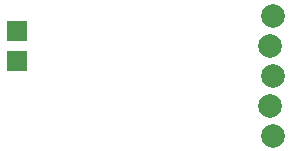
<source format=gbr>
G04 EAGLE Gerber RS-274X export*
G75*
%MOMM*%
%FSLAX34Y34*%
%LPD*%
%INBottom Soldermask*%
%IPPOS*%
%AMOC8*
5,1,8,0,0,1.08239X$1,22.5*%
G01*
%ADD10R,1.651000X1.651000*%
%ADD11C,2.006600*%


D10*
X38100Y101600D03*
X38100Y127000D03*
D11*
X255270Y139700D03*
X252730Y114300D03*
X255270Y88900D03*
X252730Y63500D03*
X255270Y38100D03*
M02*

</source>
